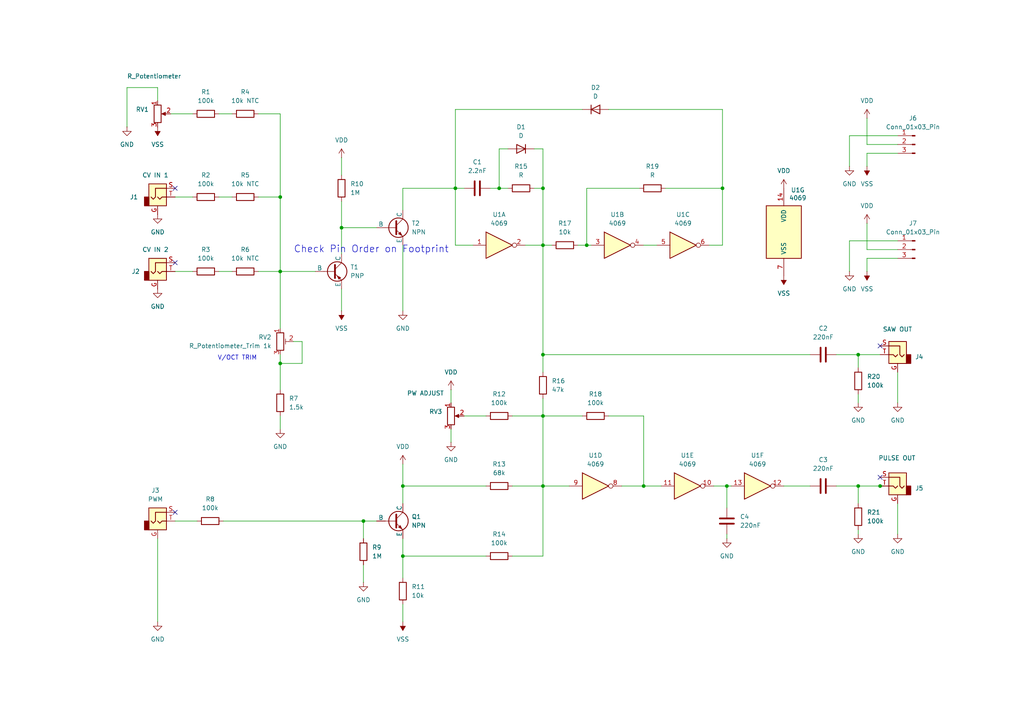
<source format=kicad_sch>
(kicad_sch (version 20250114) (generator "eeschema") (generator_version "9.0")
  (paper "A4")
  (lib_symbols
    (symbol "4xxx:4069" (pin_names (offset 1.016))
      (property "Reference" "U" (at 0 1.27 0))
      (property "Value" "4069" (at 0 -1.27 0))
      (symbol "4069_1_0"
        (polyline (pts (xy -3.81 3.81) (xy -3.81 -3.81) (xy 3.81 0) (xy -3.81 3.81)) (stroke (width 0.254)) (fill (type background)))
        (pin input line (at -7.62 0 0) (length 3.81) (name "~") (number "1"))
        (pin output inverted (at 7.62 0 180) (length 3.81) (name "~") (number "2"))
      )
      (symbol "4069_2_0"
        (polyline (pts (xy -3.81 3.81) (xy -3.81 -3.81) (xy 3.81 0) (xy -3.81 3.81)) (stroke (width 0.254)) (fill (type background)))
        (pin input line (at -7.62 0 0) (length 3.81) (name "~") (number "3"))
        (pin output inverted (at 7.62 0 180) (length 3.81) (name "~") (number "4"))
      )
      (symbol "4069_3_0"
        (polyline (pts (xy -3.81 3.81) (xy -3.81 -3.81) (xy 3.81 0) (xy -3.81 3.81)) (stroke (width 0.254)) (fill (type background)))
        (pin input line (at -7.62 0 0) (length 3.81) (name "~") (number "5"))
        (pin output inverted (at 7.62 0 180) (length 3.81) (name "~") (number "6"))
      )
      (symbol "4069_4_0"
        (polyline (pts (xy -3.81 3.81) (xy -3.81 -3.81) (xy 3.81 0) (xy -3.81 3.81)) (stroke (width 0.254)) (fill (type background)))
        (pin input line (at -7.62 0 0) (length 3.81) (name "~") (number "9"))
        (pin output inverted (at 7.62 0 180) (length 3.81) (name "~") (number "8"))
      )
      (symbol "4069_5_0"
        (polyline (pts (xy -3.81 3.81) (xy -3.81 -3.81) (xy 3.81 0) (xy -3.81 3.81)) (stroke (width 0.254)) (fill (type background)))
        (pin input line (at -7.62 0 0) (length 3.81) (name "~") (number "11"))
        (pin output inverted (at 7.62 0 180) (length 3.81) (name "~") (number "10"))
      )
      (symbol "4069_6_0"
        (polyline (pts (xy -3.81 3.81) (xy -3.81 -3.81) (xy 3.81 0) (xy -3.81 3.81)) (stroke (width 0.254)) (fill (type background)))
        (pin input line (at -7.62 0 0) (length 3.81) (name "~") (number "13"))
        (pin output inverted (at 7.62 0 180) (length 3.81) (name "~") (number "12"))
      )
      (symbol "4069_7_0"
        (pin power_in line (at 0 12.7 270) (length 5.08) (name "VDD") (number "14"))
        (pin power_in line (at 0 -12.7 90) (length 5.08) (name "VSS") (number "7"))
      )
      (symbol "4069_7_1"
        (rectangle (start -5.08 7.62) (end 5.08 -7.62) (stroke (width 0.254)) (fill (type background)))
      )
    )
    (symbol "Connector:Conn_01x03_Pin" (pin_names (offset 1.016) (hide yes))
      (property "Reference" "J" (at 0 5.08 0))
      (property "Value" "Conn_01x03_Pin" (at 0 -5.08 0))
      (symbol "Conn_01x03_Pin_1_1"
        (rectangle (start 0.8636 2.667) (end 0 2.413) (stroke (width 0.1524)) (fill (type outline)))
        (rectangle (start 0.8636 0.127) (end 0 -0.127) (stroke (width 0.1524)) (fill (type outline)))
        (rectangle (start 0.8636 -2.413) (end 0 -2.667) (stroke (width 0.1524)) (fill (type outline)))
        (polyline (pts (xy 1.27 2.54) (xy 0.8636 2.54)) (stroke (width 0.1524)))
        (polyline (pts (xy 1.27 0) (xy 0.8636 0)) (stroke (width 0.1524)))
        (polyline (pts (xy 1.27 -2.54) (xy 0.8636 -2.54)) (stroke (width 0.1524)))
        (pin passive line (at 5.08 2.54 180) (length 3.81) (name "Pin_1") (number "1"))
        (pin passive line (at 5.08 0 180) (length 3.81) (name "Pin_2") (number "2"))
        (pin passive line (at 5.08 -2.54 180) (length 3.81) (name "Pin_3") (number "3"))
      )
    )
    (symbol "Device:C" (pin_numbers (hide yes)) (pin_names (offset 0.254))
      (property "Reference" "C" (at 0.635 2.54 0))
      (property "Value" "C" (at 0.635 -2.54 0))
      (symbol "C_0_1"
        (polyline (pts (xy -2.032 0.762) (xy 2.032 0.762)) (stroke (width 0.508)))
        (polyline (pts (xy -2.032 -0.762) (xy 2.032 -0.762)) (stroke (width 0.508)))
      )
      (symbol "C_1_1"
        (pin passive line (at 0 3.81 270) (length 2.794) (name "~") (number "1"))
        (pin passive line (at 0 -3.81 90) (length 2.794) (name "~") (number "2"))
      )
    )
    (symbol "Device:D" (pin_numbers (hide yes)) (pin_names (offset 1.016) (hide yes))
      (property "Reference" "D" (at 0 2.54 0))
      (property "Value" "D" (at 0 -2.54 0))
      (symbol "D_0_1"
        (polyline (pts (xy -1.27 1.27) (xy -1.27 -1.27)) (stroke (width 0.254)))
        (polyline (pts (xy 1.27 1.27) (xy 1.27 -1.27) (xy -1.27 0) (xy 1.27 1.27)) (stroke (width 0.254)))
        (polyline (pts (xy 1.27 0) (xy -1.27 0)))
      )
      (symbol "D_1_1"
        (pin passive line (at -3.81 0 0) (length 2.54) (name "K") (number "1"))
        (pin passive line (at 3.81 0 180) (length 2.54) (name "A") (number "2"))
      )
    )
    (symbol "Device:R" (pin_numbers (hide yes)) (pin_names (offset 0))
      (property "Reference" "R" (at 2.032 0 90))
      (property "Value" "R" (at 0 0 90))
      (symbol "R_0_1"
        (rectangle (start -1.016 -2.54) (end 1.016 2.54) (stroke (width 0.254)))
      )
      (symbol "R_1_1"
        (pin passive line (at 0 3.81 270) (length 1.27) (name "~") (number "1"))
        (pin passive line (at 0 -3.81 90) (length 1.27) (name "~") (number "2"))
      )
    )
    (symbol "Device:R_Potentiometer_Trim" (pin_names (offset 1.016) (hide yes))
      (property "Reference" "RV" (at -4.445 0 90))
      (property "Value" "R_Potentiometer_Trim" (at -2.54 0 90))
      (symbol "R_Potentiometer_Trim_0_1"
        (rectangle (start 1.016 2.54) (end -1.016 -2.54) (stroke (width 0.254)))
        (polyline (pts (xy 1.524 0.762) (xy 1.524 -0.762)))
        (polyline (pts (xy 2.54 0) (xy 1.524 0)))
      )
      (symbol "R_Potentiometer_Trim_1_1"
        (pin passive line (at 0 3.81 270) (length 1.27) (name "1") (number "1"))
        (pin passive line (at 0 -3.81 90) (length 1.27) (name "3") (number "3"))
        (pin passive line (at 3.81 0 180) (length 1.27) (name "2") (number "2"))
      )
    )
    (symbol "HackSynth:AudioJack2_Ground"
      (property "Reference" "J" (at 0 8.89 0))
      (property "Value" "AudioJack2_Ground" (at 0 6.35 0))
      (symbol "AudioJack2_Ground_0_1"
        (rectangle (start -2.54 -2.54) (end -3.81 0) (stroke (width 0.254)) (fill (type outline)))
        (polyline (pts (xy 0 0) (xy 0.635 -0.635) (xy 1.27 0) (xy 2.54 0)) (stroke (width 0.254)))
        (rectangle (start 2.54 3.81) (end -2.54 -2.54) (stroke (width 0.254)) (fill (type background)))
        (polyline (pts (xy 2.54 2.54) (xy -0.635 2.54) (xy -0.635 0) (xy -1.27 -0.635) (xy -1.905 0)) (stroke (width 0.254)))
      )
      (symbol "AudioJack2_Ground_1_1"
        (pin passive line (at 0 -5.08 90) (length 2.54) (name "~") (number "G"))
        (pin passive line (at 5.08 2.54 180) (length 2.54) (name "~") (number "S"))
        (pin passive line (at 5.08 0 180) (length 2.54) (name "~") (number "T"))
      )
    )
    (symbol "HackSynth:R_Potentiometer" (pin_names (offset 1.016) (hide yes))
      (property "Reference" "RV" (at -4.445 0 90))
      (property "Value" "R_Potentiometer" (at -2.54 0 90))
      (symbol "R_Potentiometer_0_1"
        (rectangle (start 1.016 2.54) (end -1.016 -2.54) (stroke (width 0.254)))
        (polyline (pts (xy 1.143 0) (xy 2.286 0.508) (xy 2.286 -0.508) (xy 1.143 0)) (fill (type outline)))
        (polyline (pts (xy 2.54 0) (xy 1.524 0)))
      )
      (symbol "R_Potentiometer_1_1"
        (pin passive line (at 0 3.81 270) (length 1.27) (name "1") (number "1"))
        (pin passive line (at 0 -3.81 90) (length 1.27) (name "3") (number "3"))
        (pin passive line (at 3.81 0 180) (length 1.27) (name "2") (number "2"))
      )
    )
    (symbol "Simulation_SPICE:NPN" (pin_numbers (hide yes)) (pin_names (offset 0))
      (property "Reference" "Q" (at -2.54 7.62 0))
      (property "Value" "NPN" (at -2.54 5.08 0))
      (symbol "NPN_0_1"
        (polyline (pts (xy -2.54 0) (xy 0.635 0)) (stroke (width 0.1524)))
        (polyline (pts (xy 0.635 1.905) (xy 0.635 -1.905) (xy 0.635 -1.905)) (stroke (width 0.508)))
        (polyline (pts (xy 0.635 0.635) (xy 2.54 2.54)))
        (polyline (pts (xy 0.635 -0.635) (xy 2.54 -2.54) (xy 2.54 -2.54)))
        (circle (center 1.27 0) (radius 2.8194) (stroke (width 0.254)))
        (polyline (pts (xy 1.27 -1.778) (xy 1.778 -1.27) (xy 2.286 -2.286) (xy 1.27 -1.778) (xy 1.27 -1.778)) (fill (type outline)))
        (polyline (pts (xy 2.794 -1.27) (xy 2.794 -1.27)) (stroke (width 0.1524)))
        (polyline (pts (xy 2.794 -1.27) (xy 2.794 -1.27)) (stroke (width 0.1524)))
      )
      (symbol "NPN_1_1"
        (pin input line (at -5.08 0 0) (length 2.54) (name "B") (number "2"))
        (pin open_collector line (at 2.54 5.08 270) (length 2.54) (name "C") (number "1"))
        (pin open_emitter line (at 2.54 -5.08 90) (length 2.54) (name "E") (number "3"))
      )
    )
    (symbol "Simulation_SPICE:PNP" (pin_numbers (hide yes)) (pin_names (offset 0))
      (property "Reference" "Q" (at -2.54 7.62 0))
      (property "Value" "PNP" (at -2.54 5.08 0))
      (symbol "PNP_0_1"
        (polyline (pts (xy -2.54 0) (xy 0.635 0)) (stroke (width 0.1524)))
        (polyline (pts (xy 0.635 1.905) (xy 0.635 -1.905) (xy 0.635 -1.905)) (stroke (width 0.508)))
        (polyline (pts (xy 0.635 0.635) (xy 2.54 2.54)))
        (polyline (pts (xy 0.635 -0.635) (xy 2.54 -2.54) (xy 2.54 -2.54)))
        (circle (center 1.27 0) (radius 2.8194) (stroke (width 0.254)))
        (polyline (pts (xy 2.286 -1.778) (xy 1.778 -2.286) (xy 1.27 -1.27) (xy 2.286 -1.778) (xy 2.286 -1.778)) (fill (type outline)))
      )
      (symbol "PNP_1_1"
        (pin input line (at -5.08 0 0) (length 2.54) (name "B") (number "2"))
        (pin open_collector line (at 2.54 5.08 270) (length 2.54) (name "C") (number "1"))
        (pin open_emitter line (at 2.54 -5.08 90) (length 2.54) (name "E") (number "3"))
      )
    )
    (symbol "power:GND" (power) (pin_numbers (hide yes)) (pin_names (offset 0) (hide yes))
      (property "Value" "GND" (at 0 -3.81 0))
      (symbol "GND_0_1"
        (polyline (pts (xy 0 0) (xy 0 -1.27) (xy 1.27 -1.27) (xy 0 -2.54) (xy -1.27 -1.27) (xy 0 -1.27)))
      )
      (symbol "GND_1_1"
        (pin power_in line (at 0 0 270) (length 0) (name "~") (number "1"))
      )
    )
    (symbol "power:VDD" (power) (pin_numbers (hide yes)) (pin_names (offset 0) (hide yes))
      (property "Value" "VDD" (at 0 3.556 0))
      (symbol "VDD_0_1"
        (polyline (pts (xy -0.762 1.27) (xy 0 2.54)))
        (polyline (pts (xy 0 2.54) (xy 0.762 1.27)))
        (polyline (pts (xy 0 0) (xy 0 2.54)))
      )
      (symbol "VDD_1_1"
        (pin power_in line (at 0 0 90) (length 0) (name "~") (number "1"))
      )
    )
    (symbol "power:VSS" (power) (pin_numbers (hide yes)) (pin_names (offset 0) (hide yes))
      (property "Value" "VSS" (at 0 3.556 0))
      (symbol "VSS_0_1"
        (polyline (pts (xy 0 0) (xy 0 2.54)))
        (polyline (pts (xy 0.762 1.27) (xy -0.762 1.27) (xy 0 2.54) (xy 0.762 1.27)) (fill (type outline)))
      )
      (symbol "VSS_1_1"
        (pin power_in line (at 0 0 90) (length 0) (name "~") (number "1"))
      )
    )
  )
  (text "Check Pin Order on Footprint" (at 107.696 72.39 0) (effects (font (size 2 2))))
  (text "V/OCT TRIM" (at 68.834 103.886 0) (effects (font (size 1.27 1.27))))
  (junction (at 81.28 57.15))
  (junction (at 170.18 71.12))
  (junction (at 157.48 102.87))
  (junction (at 81.28 105.41))
  (junction (at 99.06 66.04))
  (junction (at 116.84 140.97))
  (junction (at 210.82 140.97))
  (junction (at 144.78 54.61))
  (junction (at 81.28 78.74))
  (junction (at 248.92 102.87))
  (junction (at 116.84 161.29))
  (junction (at 186.69 140.97))
  (junction (at 157.48 54.61))
  (junction (at 157.48 71.12))
  (junction (at 132.08 54.61))
  (junction (at 157.48 140.97))
  (junction (at 248.92 140.97))
  (junction (at 209.55 54.61))
  (junction (at 105.41 151.13))
  (junction (at 157.48 120.65))
  (junction (at 255.27 140.97))
  (no_connect (at 50.8 54.61))
  (no_connect (at 50.8 148.59))
  (no_connect (at 255.27 100.33))
  (no_connect (at 50.8 76.2))
  (no_connect (at 255.27 138.43))
  (wire (pts (xy 140.97 120.65) (xy 134.62 120.65)))
  (wire (pts (xy 248.92 154.94) (xy 248.92 153.67)))
  (wire (pts (xy 87.63 105.41) (xy 87.63 99.06)))
  (wire (pts (xy 260.35 154.94) (xy 260.35 146.05)))
  (wire (pts (xy 186.69 71.12) (xy 190.5 71.12)))
  (wire (pts (xy 193.04 54.61) (xy 209.55 54.61)))
  (wire (pts (xy 186.69 120.65) (xy 186.69 140.97)))
  (wire (pts (xy 157.48 102.87) (xy 234.95 102.87)))
  (wire (pts (xy 99.06 66.04) (xy 99.06 73.66)))
  (wire (pts (xy 50.8 151.13) (xy 57.15 151.13)))
  (wire (pts (xy 132.08 54.61) (xy 134.62 54.61)))
  (wire (pts (xy 132.08 31.75) (xy 132.08 54.61)))
  (wire (pts (xy 246.38 39.37) (xy 246.38 48.26)))
  (wire (pts (xy 74.93 78.74) (xy 81.28 78.74)))
  (wire (pts (xy 251.46 44.45) (xy 251.46 48.26)))
  (wire (pts (xy 242.57 140.97) (xy 248.92 140.97)))
  (wire (pts (xy 45.72 180.34) (xy 45.72 156.21)))
  (wire (pts (xy 209.55 71.12) (xy 205.74 71.12)))
  (wire (pts (xy 99.06 45.72) (xy 99.06 50.8)))
  (wire (pts (xy 165.1 140.97) (xy 157.48 140.97)))
  (wire (pts (xy 67.31 33.02) (xy 63.5 33.02)))
  (wire (pts (xy 186.69 140.97) (xy 180.34 140.97)))
  (wire (pts (xy 260.35 116.84) (xy 260.35 107.95)))
  (wire (pts (xy 210.82 140.97) (xy 210.82 147.32)))
  (wire (pts (xy 260.35 69.85) (xy 246.38 69.85)))
  (wire (pts (xy 36.83 25.4) (xy 45.72 25.4)))
  (wire (pts (xy 81.28 78.74) (xy 91.44 78.74)))
  (wire (pts (xy 64.77 151.13) (xy 105.41 151.13)))
  (wire (pts (xy 36.83 36.83) (xy 36.83 25.4)))
  (wire (pts (xy 255.27 140.97) (xy 256.54 140.97)))
  (wire (pts (xy 116.84 180.34) (xy 116.84 175.26)))
  (wire (pts (xy 67.31 78.74) (xy 63.5 78.74)))
  (wire (pts (xy 81.28 57.15) (xy 81.28 78.74)))
  (wire (pts (xy 116.84 134.62) (xy 116.84 140.97)))
  (wire (pts (xy 246.38 69.85) (xy 246.38 78.74)))
  (wire (pts (xy 130.81 113.03) (xy 130.81 116.84)))
  (wire (pts (xy 212.09 140.97) (xy 210.82 140.97)))
  (wire (pts (xy 260.35 41.91) (xy 251.46 41.91)))
  (wire (pts (xy 130.81 124.46) (xy 130.81 128.27)))
  (wire (pts (xy 251.46 74.93) (xy 251.46 78.74)))
  (wire (pts (xy 157.48 43.18) (xy 157.48 54.61)))
  (wire (pts (xy 116.84 161.29) (xy 140.97 161.29)))
  (wire (pts (xy 74.93 33.02) (xy 81.28 33.02)))
  (wire (pts (xy 81.28 105.41) (xy 87.63 105.41)))
  (wire (pts (xy 251.46 64.77) (xy 251.46 72.39)))
  (wire (pts (xy 81.28 105.41) (xy 81.28 102.87)))
  (wire (pts (xy 210.82 140.97) (xy 207.01 140.97)))
  (wire (pts (xy 176.53 120.65) (xy 186.69 120.65)))
  (wire (pts (xy 148.59 120.65) (xy 157.48 120.65)))
  (wire (pts (xy 67.31 57.15) (xy 63.5 57.15)))
  (wire (pts (xy 260.35 74.93) (xy 251.46 74.93)))
  (wire (pts (xy 142.24 54.61) (xy 144.78 54.61)))
  (wire (pts (xy 170.18 54.61) (xy 170.18 71.12)))
  (wire (pts (xy 105.41 151.13) (xy 109.22 151.13)))
  (wire (pts (xy 248.92 116.84) (xy 248.92 114.3)))
  (wire (pts (xy 170.18 54.61) (xy 185.42 54.61)))
  (wire (pts (xy 99.06 90.17) (xy 99.06 83.82)))
  (wire (pts (xy 116.84 71.12) (xy 116.84 90.17)))
  (wire (pts (xy 248.92 146.05) (xy 248.92 140.97)))
  (wire (pts (xy 55.88 78.74) (xy 50.8 78.74)))
  (wire (pts (xy 157.48 71.12) (xy 160.02 71.12)))
  (wire (pts (xy 148.59 140.97) (xy 157.48 140.97)))
  (wire (pts (xy 132.08 31.75) (xy 168.91 31.75)))
  (wire (pts (xy 210.82 156.21) (xy 210.82 154.94)))
  (wire (pts (xy 260.35 39.37) (xy 246.38 39.37)))
  (wire (pts (xy 49.53 33.02) (xy 55.88 33.02)))
  (wire (pts (xy 209.55 31.75) (xy 209.55 54.61)))
  (wire (pts (xy 148.59 161.29) (xy 157.48 161.29)))
  (wire (pts (xy 144.78 43.18) (xy 147.32 43.18)))
  (wire (pts (xy 170.18 71.12) (xy 171.45 71.12)))
  (wire (pts (xy 105.41 156.21) (xy 105.41 151.13)))
  (wire (pts (xy 105.41 163.83) (xy 105.41 168.91)))
  (wire (pts (xy 157.48 54.61) (xy 157.48 71.12)))
  (wire (pts (xy 55.88 57.15) (xy 50.8 57.15)))
  (wire (pts (xy 248.92 140.97) (xy 255.27 140.97)))
  (wire (pts (xy 260.35 72.39) (xy 251.46 72.39)))
  (wire (pts (xy 242.57 102.87) (xy 248.92 102.87)))
  (wire (pts (xy 81.28 124.46) (xy 81.28 120.65)))
  (wire (pts (xy 157.48 140.97) (xy 157.48 161.29)))
  (wire (pts (xy 168.91 120.65) (xy 157.48 120.65)))
  (wire (pts (xy 87.63 99.06) (xy 85.09 99.06)))
  (wire (pts (xy 116.84 60.96) (xy 116.84 54.61)))
  (wire (pts (xy 81.28 33.02) (xy 81.28 57.15)))
  (wire (pts (xy 176.53 31.75) (xy 209.55 31.75)))
  (wire (pts (xy 81.28 78.74) (xy 81.28 95.25)))
  (wire (pts (xy 152.4 71.12) (xy 157.48 71.12)))
  (wire (pts (xy 157.48 120.65) (xy 157.48 140.97)))
  (wire (pts (xy 45.72 25.4) (xy 45.72 29.21)))
  (wire (pts (xy 116.84 140.97) (xy 116.84 146.05)))
  (wire (pts (xy 157.48 43.18) (xy 154.94 43.18)))
  (wire (pts (xy 260.35 44.45) (xy 251.46 44.45)))
  (wire (pts (xy 132.08 54.61) (xy 132.08 71.12)))
  (wire (pts (xy 99.06 58.42) (xy 99.06 66.04)))
  (wire (pts (xy 154.94 54.61) (xy 157.48 54.61)))
  (wire (pts (xy 132.08 71.12) (xy 137.16 71.12)))
  (wire (pts (xy 116.84 140.97) (xy 140.97 140.97)))
  (wire (pts (xy 144.78 43.18) (xy 144.78 54.61)))
  (wire (pts (xy 234.95 140.97) (xy 227.33 140.97)))
  (wire (pts (xy 144.78 54.61) (xy 147.32 54.61)))
  (wire (pts (xy 157.48 71.12) (xy 157.48 102.87)))
  (wire (pts (xy 116.84 156.21) (xy 116.84 161.29)))
  (wire (pts (xy 81.28 113.03) (xy 81.28 105.41)))
  (wire (pts (xy 99.06 66.04) (xy 109.22 66.04)))
  (wire (pts (xy 81.28 57.15) (xy 74.93 57.15)))
  (wire (pts (xy 251.46 34.29) (xy 251.46 41.91)))
  (wire (pts (xy 116.84 161.29) (xy 116.84 167.64)))
  (wire (pts (xy 248.92 106.68) (xy 248.92 102.87)))
  (wire (pts (xy 116.84 54.61) (xy 132.08 54.61)))
  (wire (pts (xy 170.18 71.12) (xy 167.64 71.12)))
  (wire (pts (xy 209.55 54.61) (xy 209.55 71.12)))
  (wire (pts (xy 191.77 140.97) (xy 186.69 140.97)))
  (wire (pts (xy 248.92 102.87) (xy 255.27 102.87)))
  (wire (pts (xy 157.48 102.87) (xy 157.48 107.95)))
  (wire (pts (xy 157.48 115.57) (xy 157.48 120.65)))
  (symbol (lib_id "power:VDD") (at 251.46 64.77 0) (unit 1)
    (property "Reference" "#PWR023" (effects (hide yes)))
    (property "Value" "VDD" (at 251.46 59.69 0))
    (property "Description" "Power symbol creates a global label with name \"VDD\"" (effects (hide yes)))
  )
  (symbol (lib_id "Device:R") (at 144.78 120.65 90) (unit 1)
    (property "Reference" "R12" (at 144.78 114.3 90))
    (property "Value" "100k" (at 144.78 116.84 90))
    (property "Footprint" "Resistor_THT:R_Axial_DIN0207_L6.3mm_D2.5mm_P7.62mm_Horizontal" (effects (hide yes)))
    (property "Description" "Resistor" (effects (hide yes)))
  )
  (symbol (lib_id "power:VDD") (at 251.46 34.29 0) (unit 1)
    (property "Reference" "#PWR020" (effects (hide yes)))
    (property "Value" "VDD" (at 251.46 29.21 0))
    (property "Description" "Power symbol creates a global label with name \"VDD\"" (effects (hide yes)))
  )
  (symbol (lib_id "power:GND") (at 246.38 48.26 0) (unit 1)
    (property "Reference" "#PWR019" (effects (hide yes)))
    (property "Value" "GND" (at 246.38 53.34 0))
    (property "Description" "Power symbol creates a global label with name \"GND\" , ground" (effects (hide yes)))
  )
  (symbol (lib_id "HackSynth:R_Potentiometer") (at 130.81 120.65 0) (unit 1)
    (property "Reference" "RV3" (at 128.27 119.3799 0) (effects (justify right)))
    (property "Value" "PW ADJUST" (at 128.778 114.046 0) (effects (justify right)))
    (property "Footprint" "HackSynth:Potentiometer_Alps_RK09K_Horizontal" (effects (hide yes)))
    (property "Description" "Potentiometer" (effects (hide yes)))
  )
  (symbol (lib_id "4xxx:4069") (at 227.33 67.31 0) (unit 7)
    (property "Reference" "U1" (at 231.394 55.118 0))
    (property "Value" "4069" (at 231.394 57.404 0))
    (property "Footprint" "Package_DIP:DIP-14_W7.62mm_LongPads" (effects (hide yes)))
    (property "Datasheet" "http://www.intersil.com/content/dam/Intersil/documents/cd40/cd4069ubms.pdf" (effects (hide yes)))
    (property "Description" "Hex inverter" (effects (hide yes)))
  )
  (symbol (lib_id "4xxx:4069") (at 172.72 140.97 0) (unit 4)
    (property "Reference" "U1" (at 172.72 132.08 0))
    (property "Value" "4069" (at 172.72 134.62 0))
    (property "Footprint" "Package_DIP:DIP-14_W7.62mm_LongPads" (effects (hide yes)))
    (property "Datasheet" "http://www.intersil.com/content/dam/Intersil/documents/cd40/cd4069ubms.pdf" (effects (hide yes)))
    (property "Description" "Hex inverter" (effects (hide yes)))
  )
  (symbol (lib_id "power:VDD") (at 130.81 113.03 0) (unit 1)
    (property "Reference" "#PWR013" (effects (hide yes)))
    (property "Value" "VDD" (at 130.81 107.95 0))
    (property "Description" "Power symbol creates a global label with name \"VDD\"" (effects (hide yes)))
  )
  (symbol (lib_id "4xxx:4069") (at 199.39 140.97 0) (unit 5)
    (property "Reference" "U1" (at 199.39 132.08 0))
    (property "Value" "4069" (at 199.39 134.62 0))
    (property "Footprint" "Package_DIP:DIP-14_W7.62mm_LongPads" (effects (hide yes)))
    (property "Datasheet" "http://www.intersil.com/content/dam/Intersil/documents/cd40/cd4069ubms.pdf" (effects (hide yes)))
    (property "Description" "Hex inverter" (effects (hide yes)))
  )
  (symbol (lib_id "power:GND") (at 248.92 116.84 0) (unit 1)
    (property "Reference" "#PWR015" (effects (hide yes)))
    (property "Value" "GND" (at 248.92 121.92 0))
    (property "Description" "Power symbol creates a global label with name \"GND\" , ground" (effects (hide yes)))
  )
  (symbol (lib_id "power:GND") (at 81.28 124.46 0) (unit 1)
    (property "Reference" "#PWR06" (effects (hide yes)))
    (property "Value" "GND" (at 81.28 129.54 0))
    (property "Description" "Power symbol creates a global label with name \"GND\" , ground" (effects (hide yes)))
  )
  (symbol (lib_id "power:GND") (at 45.72 180.34 0) (unit 1)
    (property "Reference" "#PWR05" (effects (hide yes)))
    (property "Value" "GND" (at 45.72 185.42 0))
    (property "Description" "Power symbol creates a global label with name \"GND\" , ground" (effects (hide yes)))
  )
  (symbol (lib_id "HackSynth:AudioJack2_Ground") (at 45.72 151.13 0) (unit 1)
    (property "Reference" "J3" (at 45.085 142.24 0))
    (property "Value" "PWM" (at 45.085 144.78 0))
    (property "Footprint" "HackSynth:Jack_3.5mm" (effects (hide yes)))
    (property "Description" "Audio Jack, 2 Poles (Mono / TS), Grounded Sleeve" (effects (hide yes)))
  )
  (symbol (lib_id "Simulation_SPICE:NPN") (at 114.3 151.13 0) (unit 1)
    (property "Reference" "Q1" (at 119.38 149.8599 0) (effects (justify left)))
    (property "Value" "NPN" (at 119.38 152.3999 0) (effects (justify left)))
    (property "Footprint" "HackSynth:TO-92_Inline - Handsolder" (effects (hide yes)))
    (property "Datasheet" "https://ngspice.sourceforge.io/docs/ngspice-html-manual/manual.xhtml#cha_BJTs" (effects (hide yes)))
    (property "Description" "Bipolar transistor symbol for simulation only, substrate tied to the emitter" (effects (hide yes)))
    (property "Sim.Device" "NPN" (effects (hide yes)))
    (property "Sim.Type" "GUMMELPOON" (effects (hide yes)))
    (property "Sim.Pins" "1=C 2=B 3=E" (effects (hide yes)))
  )
  (symbol (lib_id "Device:R") (at 157.48 111.76 0) (unit 1)
    (property "Reference" "R16" (at 160.02 110.4899 0) (effects (justify left)))
    (property "Value" "47k" (at 160.02 113.0299 0) (effects (justify left)))
    (property "Footprint" "Resistor_THT:R_Axial_DIN0207_L6.3mm_D2.5mm_P7.62mm_Horizontal" (effects (hide yes)))
    (property "Description" "Resistor" (effects (hide yes)))
  )
  (symbol (lib_id "4xxx:4069") (at 219.71 140.97 0) (unit 6)
    (property "Reference" "U1" (at 219.71 132.08 0))
    (property "Value" "4069" (at 219.71 134.62 0))
    (property "Footprint" "Package_DIP:DIP-14_W7.62mm_LongPads" (effects (hide yes)))
    (property "Datasheet" "http://www.intersil.com/content/dam/Intersil/documents/cd40/cd4069ubms.pdf" (effects (hide yes)))
    (property "Description" "Hex inverter" (effects (hide yes)))
  )
  (symbol (lib_id "Device:R") (at 59.69 78.74 90) (unit 1)
    (property "Reference" "R3" (at 59.69 72.39 90))
    (property "Value" "100k" (at 59.69 74.93 90))
    (property "Footprint" "Resistor_THT:R_Axial_DIN0207_L6.3mm_D2.5mm_P7.62mm_Horizontal" (effects (hide yes)))
    (property "Description" "Resistor" (effects (hide yes)))
  )
  (symbol (lib_id "Device:D") (at 172.72 31.75 0) (unit 1)
    (property "Reference" "D2" (at 172.72 25.4 0))
    (property "Value" "D" (at 172.72 27.94 0))
    (property "Footprint" "Diode_THT:D_A-405_P7.62mm_Horizontal" (effects (hide yes)))
    (property "Description" "Diode" (effects (hide yes)))
    (property "Sim.Device" "D" (effects (hide yes)))
    (property "Sim.Pins" "1=K 2=A" (effects (hide yes)))
  )
  (symbol (lib_id "power:VSS") (at 99.06 90.17 180) (unit 1)
    (property "Reference" "#PWR09" (effects (hide yes)))
    (property "Value" "VSS" (at 99.06 95.25 0))
    (property "Description" "Power symbol creates a global label with name \"VSS\"" (effects (hide yes)))
  )
  (symbol (lib_id "HackSynth:AudioJack2_Ground") (at 45.72 78.74 0) (unit 1)
    (property "Reference" "J2" (at 39.37 78.74 0))
    (property "Value" "CV IN 2" (at 45.085 72.39 0))
    (property "Footprint" "HackSynth:Jack_3.5mm" (effects (hide yes)))
    (property "Description" "Audio Jack, 2 Poles (Mono / TS), Grounded Sleeve" (effects (hide yes)))
  )
  (symbol (lib_id "power:GND") (at 45.72 62.23 0) (unit 1)
    (property "Reference" "#PWR03" (effects (hide yes)))
    (property "Value" "GND" (at 45.72 67.31 0))
    (property "Description" "Power symbol creates a global label with name \"GND\" , ground" (effects (hide yes)))
  )
  (symbol (lib_id "HackSynth:R_Potentiometer") (at 45.72 33.02 0) (unit 1)
    (property "Reference" "RV1" (at 43.18 31.7499 0) (effects (justify right)))
    (property "Value" "R_Potentiometer" (at 52.578 22.098 0) (effects (justify right)))
    (property "Footprint" "HackSynth:Potentiometer_Alps_RK09K_Horizontal" (effects (hide yes)))
    (property "Description" "Potentiometer" (effects (hide yes)))
  )
  (symbol (lib_id "Device:R") (at 189.23 54.61 90) (unit 1)
    (property "Reference" "R19" (at 189.23 48.26 90))
    (property "Value" "R" (at 189.23 50.8 90))
    (property "Footprint" "Resistor_THT:R_Axial_DIN0207_L6.3mm_D2.5mm_P7.62mm_Horizontal" (effects (hide yes)))
    (property "Description" "Resistor" (effects (hide yes)))
  )
  (symbol (lib_id "power:GND") (at 260.35 116.84 0) (unit 1)
    (property "Reference" "#PWR017" (effects (hide yes)))
    (property "Value" "GND" (at 260.35 121.92 0))
    (property "Description" "Power symbol creates a global label with name \"GND\" , ground" (effects (hide yes)))
  )
  (symbol (lib_id "power:GND") (at 45.72 83.82 0) (unit 1)
    (property "Reference" "#PWR04" (effects (hide yes)))
    (property "Value" "GND" (at 45.72 88.9 0))
    (property "Description" "Power symbol creates a global label with name \"GND\" , ground" (effects (hide yes)))
  )
  (symbol (lib_id "power:GND") (at 105.41 168.91 0) (unit 1)
    (property "Reference" "#PWR07" (effects (hide yes)))
    (property "Value" "GND" (at 105.41 173.99 0))
    (property "Description" "Power symbol creates a global label with name \"GND\" , ground" (effects (hide yes)))
  )
  (symbol (lib_id "HackSynth:AudioJack2_Ground") (at 260.35 102.87 0) (mirror y) (unit 1)
    (property "Reference" "J4" (at 265.43 103.5051 0) (effects (justify right)))
    (property "Value" "SAW OUT" (at 256.032 95.504 0) (effects (justify right)))
    (property "Footprint" "HackSynth:Jack_3.5mm" (effects (hide yes)))
    (property "Description" "Audio Jack, 2 Poles (Mono / TS), Grounded Sleeve" (effects (hide yes)))
  )
  (symbol (lib_id "Device:R_Potentiometer_Trim") (at 81.28 99.06 0) (unit 1)
    (property "Reference" "RV2" (at 78.74 97.7899 0) (effects (justify right)))
    (property "Value" "R_Potentiometer_Trim 1k" (at 78.74 100.3299 0) (effects (justify right)))
    (property "Footprint" "HackSynth:TrimPot_Bourns_3339S_Horizontal" (effects (hide yes)))
    (property "Description" "Trim-potentiometer" (effects (hide yes)))
  )
  (symbol (lib_id "Device:C") (at 138.43 54.61 90) (unit 1)
    (property "Reference" "C1" (at 138.43 46.99 90))
    (property "Value" "2.2nF" (at 138.43 49.53 90))
    (property "Footprint" "Capacitor_THT:C_Disc_D5.0mm_W2.5mm_P2.50mm" (effects (hide yes)))
    (property "Description" "Unpolarized capacitor" (effects (hide yes)))
  )
  (symbol (lib_id "Device:R") (at 71.12 33.02 270) (unit 1)
    (property "Reference" "R4" (at 71.12 26.67 90))
    (property "Value" "10k NTC" (at 71.12 29.21 90))
    (property "Footprint" "Resistor_THT:R_Axial_DIN0207_L6.3mm_D2.5mm_P2.54mm_Vertical" (effects (hide yes)))
    (property "Description" "Resistor" (effects (hide yes)))
  )
  (symbol (lib_id "Connector:Conn_01x03_Pin") (at 265.43 41.91 0) (mirror y) (unit 1)
    (property "Reference" "J6" (at 264.795 34.29 0))
    (property "Value" "Conn_01x03_Pin" (at 264.795 36.83 0))
    (property "Footprint" "HackSynth:JST_PH_S3B-PH-K_1x03_P2.00mm_Horizontal" (effects (hide yes)))
    (property "Description" "Generic connector, single row, 01x03, script generated" (effects (hide yes)))
  )
  (symbol (lib_id "Simulation_SPICE:PNP") (at 96.52 78.74 0) (unit 1)
    (property "Reference" "T1" (at 101.6 77.4699 0) (effects (justify left)))
    (property "Value" "PNP" (at 101.6 80.0099 0) (effects (justify left)))
    (property "Footprint" "HackSynth:TO-92_Inline - Handsolder" (effects (hide yes)))
    (property "Datasheet" "https://ngspice.sourceforge.io/docs/ngspice-html-manual/manual.xhtml#cha_BJTs" (effects (hide yes)))
    (property "Description" "Bipolar transistor symbol for simulation only, substrate tied to the emitter" (effects (hide yes)))
    (property "Sim.Device" "PNP" (effects (hide yes)))
    (property "Sim.Type" "GUMMELPOON" (effects (hide yes)))
    (property "Sim.Pins" "1=C 2=B 3=E" (effects (hide yes)))
  )
  (symbol (lib_id "Device:R") (at 105.41 160.02 0) (unit 1)
    (property "Reference" "R9" (at 107.95 158.7499 0) (effects (justify left)))
    (property "Value" "1M" (at 107.95 161.2899 0) (effects (justify left)))
    (property "Footprint" "Resistor_THT:R_Axial_DIN0207_L6.3mm_D2.5mm_P7.62mm_Horizontal" (effects (hide yes)))
    (property "Description" "Resistor" (effects (hide yes)))
  )
  (symbol (lib_id "HackSynth:AudioJack2_Ground") (at 45.72 57.15 0) (unit 1)
    (property "Reference" "J1" (at 38.862 57.15 0))
    (property "Value" "CV IN 1" (at 45.085 50.8 0))
    (property "Footprint" "HackSynth:Jack_3.5mm" (effects (hide yes)))
    (property "Description" "Audio Jack, 2 Poles (Mono / TS), Grounded Sleeve" (effects (hide yes)))
  )
  (symbol (lib_id "Device:R") (at 163.83 71.12 90) (unit 1)
    (property "Reference" "R17" (at 163.83 64.77 90))
    (property "Value" "10k" (at 163.83 67.31 90))
    (property "Footprint" "Resistor_THT:R_Axial_DIN0207_L6.3mm_D2.5mm_P7.62mm_Horizontal" (effects (hide yes)))
    (property "Description" "Resistor" (effects (hide yes)))
  )
  (symbol (lib_id "Device:D") (at 151.13 43.18 180) (unit 1)
    (property "Reference" "D1" (at 151.13 36.83 0))
    (property "Value" "D" (at 151.13 39.37 0))
    (property "Footprint" "Diode_THT:D_A-405_P7.62mm_Horizontal" (effects (hide yes)))
    (property "Description" "Diode" (effects (hide yes)))
    (property "Sim.Device" "D" (effects (hide yes)))
    (property "Sim.Pins" "1=K 2=A" (effects (hide yes)))
  )
  (symbol (lib_id "Device:R") (at 81.28 116.84 0) (unit 1)
    (property "Reference" "R7" (at 83.82 115.5699 0) (effects (justify left)))
    (property "Value" "1.5k" (at 83.82 118.1099 0) (effects (justify left)))
    (property "Footprint" "Resistor_THT:R_Axial_DIN0207_L6.3mm_D2.5mm_P7.62mm_Horizontal" (effects (hide yes)))
    (property "Description" "Resistor" (effects (hide yes)))
  )
  (symbol (lib_id "Device:R") (at 116.84 171.45 0) (unit 1)
    (property "Reference" "R11" (at 119.38 170.1799 0) (effects (justify left)))
    (property "Value" "10k" (at 119.38 172.7199 0) (effects (justify left)))
    (property "Footprint" "Resistor_THT:R_Axial_DIN0207_L6.3mm_D2.5mm_P7.62mm_Horizontal" (effects (hide yes)))
    (property "Description" "Resistor" (effects (hide yes)))
  )
  (symbol (lib_id "Device:C") (at 210.82 151.13 180) (unit 1)
    (property "Reference" "C4" (at 214.63 149.8599 0) (effects (justify right)))
    (property "Value" "220nF" (at 214.63 152.3999 0) (effects (justify right)))
    (property "Footprint" "Capacitor_THT:C_Disc_D5.0mm_W2.5mm_P2.50mm" (effects (hide yes)))
    (property "Description" "Unpolarized capacitor" (effects (hide yes)))
  )
  (symbol (lib_id "Device:R") (at 71.12 57.15 270) (unit 1)
    (property "Reference" "R5" (at 71.12 50.8 90))
    (property "Value" "10k NTC" (at 71.12 53.34 90))
    (property "Footprint" "Resistor_THT:R_Axial_DIN0207_L6.3mm_D2.5mm_P2.54mm_Vertical" (effects (hide yes)))
    (property "Description" "Resistor" (effects (hide yes)))
  )
  (symbol (lib_id "power:VSS") (at 227.33 80.01 180) (unit 1)
    (property "Reference" "#PWR026" (effects (hide yes)))
    (property "Value" "VSS" (at 227.33 85.09 0))
    (property "Description" "Power symbol creates a global label with name \"VSS\"" (effects (hide yes)))
  )
  (symbol (lib_id "Device:R") (at 99.06 54.61 0) (unit 1)
    (property "Reference" "R10" (at 101.6 53.3399 0) (effects (justify left)))
    (property "Value" "1M" (at 101.6 55.8799 0) (effects (justify left)))
    (property "Footprint" "Resistor_THT:R_Axial_DIN0207_L6.3mm_D2.5mm_P7.62mm_Horizontal" (effects (hide yes)))
    (property "Description" "Resistor" (effects (hide yes)))
  )
  (symbol (lib_id "Device:R") (at 144.78 161.29 90) (unit 1)
    (property "Reference" "R14" (at 144.78 154.94 90))
    (property "Value" "100k" (at 144.78 157.48 90))
    (property "Footprint" "Resistor_THT:R_Axial_DIN0207_L6.3mm_D2.5mm_P7.62mm_Horizontal" (effects (hide yes)))
    (property "Description" "Resistor" (effects (hide yes)))
  )
  (symbol (lib_id "Device:R") (at 59.69 57.15 90) (unit 1)
    (property "Reference" "R2" (at 59.69 50.8 90))
    (property "Value" "100k" (at 59.69 53.34 90))
    (property "Footprint" "Resistor_THT:R_Axial_DIN0207_L6.3mm_D2.5mm_P7.62mm_Horizontal" (effects (hide yes)))
    (property "Description" "Resistor" (effects (hide yes)))
  )
  (symbol (lib_id "power:GND") (at 36.83 36.83 0) (unit 1)
    (property "Reference" "#PWR01" (effects (hide yes)))
    (property "Value" "GND" (at 36.83 41.91 0))
    (property "Description" "Power symbol creates a global label with name \"GND\" , ground" (effects (hide yes)))
  )
  (symbol (lib_id "4xxx:4069") (at 198.12 71.12 0) (unit 3)
    (property "Reference" "U1" (at 198.12 62.23 0))
    (property "Value" "4069" (at 198.12 64.77 0))
    (property "Footprint" "Package_DIP:DIP-14_W7.62mm_LongPads" (effects (hide yes)))
    (property "Datasheet" "http://www.intersil.com/content/dam/Intersil/documents/cd40/cd4069ubms.pdf" (effects (hide yes)))
    (property "Description" "Hex inverter" (effects (hide yes)))
  )
  (symbol (lib_id "Device:R") (at 248.92 110.49 0) (unit 1)
    (property "Reference" "R20" (at 251.46 109.2199 0) (effects (justify left)))
    (property "Value" "100k" (at 251.46 111.7599 0) (effects (justify left)))
    (property "Footprint" "Resistor_THT:R_Axial_DIN0207_L6.3mm_D2.5mm_P7.62mm_Horizontal" (effects (hide yes)))
    (property "Description" "Resistor" (effects (hide yes)))
  )
  (symbol (lib_id "Device:R") (at 71.12 78.74 90) (unit 1)
    (property "Reference" "R6" (at 71.12 72.39 90))
    (property "Value" "10k NTC" (at 71.12 74.93 90))
    (property "Footprint" "Resistor_THT:R_Axial_DIN0207_L6.3mm_D2.5mm_P2.54mm_Vertical" (effects (hide yes)))
    (property "Description" "Resistor" (effects (hide yes)))
  )
  (symbol (lib_id "power:VDD") (at 227.33 54.61 0) (unit 1)
    (property "Reference" "#PWR025" (effects (hide yes)))
    (property "Value" "VDD" (at 227.33 49.53 0))
    (property "Description" "Power symbol creates a global label with name \"VDD\"" (effects (hide yes)))
  )
  (symbol (lib_id "Device:C") (at 238.76 140.97 90) (unit 1)
    (property "Reference" "C3" (at 238.76 133.35 90))
    (property "Value" "220nF" (at 238.76 135.89 90))
    (property "Footprint" "Capacitor_THT:C_Disc_D5.0mm_W2.5mm_P2.50mm" (effects (hide yes)))
    (property "Description" "Unpolarized capacitor" (effects (hide yes)))
  )
  (symbol (lib_id "HackSynth:AudioJack2_Ground") (at 260.35 140.97 0) (mirror y) (unit 1)
    (property "Reference" "J5" (at 265.43 141.6051 0) (effects (justify right)))
    (property "Value" "PULSE OUT" (at 254.762 132.842 0) (effects (justify right)))
    (property "Footprint" "HackSynth:Jack_3.5mm" (effects (hide yes)))
    (property "Description" "Audio Jack, 2 Poles (Mono / TS), Grounded Sleeve" (effects (hide yes)))
  )
  (symbol (lib_id "4xxx:4069") (at 179.07 71.12 0) (unit 2)
    (property "Reference" "U1" (at 179.07 62.23 0))
    (property "Value" "4069" (at 179.07 64.77 0))
    (property "Footprint" "Package_DIP:DIP-14_W7.62mm_LongPads" (effects (hide yes)))
    (property "Datasheet" "http://www.intersil.com/content/dam/Intersil/documents/cd40/cd4069ubms.pdf" (effects (hide yes)))
    (property "Description" "Hex inverter" (effects (hide yes)))
  )
  (symbol (lib_id "Device:R") (at 60.96 151.13 90) (unit 1)
    (property "Reference" "R8" (at 60.96 144.78 90))
    (property "Value" "100k" (at 60.96 147.32 90))
    (property "Footprint" "Resistor_THT:R_Axial_DIN0207_L6.3mm_D2.5mm_P7.62mm_Horizontal" (effects (hide yes)))
    (property "Description" "Resistor" (effects (hide yes)))
  )
  (symbol (lib_id "power:VSS") (at 251.46 78.74 180) (unit 1)
    (property "Reference" "#PWR024" (effects (hide yes)))
    (property "Value" "VSS" (at 251.46 83.82 0))
    (property "Description" "Power symbol creates a global label with name \"VSS\"" (effects (hide yes)))
  )
  (symbol (lib_id "power:GND") (at 116.84 90.17 0) (unit 1)
    (property "Reference" "#PWR010" (effects (hide yes)))
    (property "Value" "GND" (at 116.84 95.25 0))
    (property "Description" "Power symbol creates a global label with name \"GND\" , ground" (effects (hide yes)))
  )
  (symbol (lib_id "4xxx:4069") (at 144.78 71.12 0) (unit 1)
    (property "Reference" "U1" (at 144.78 62.23 0))
    (property "Value" "4069" (at 144.78 64.77 0))
    (property "Footprint" "Package_DIP:DIP-14_W7.62mm_LongPads" (effects (hide yes)))
    (property "Datasheet" "http://www.intersil.com/content/dam/Intersil/documents/cd40/cd4069ubms.pdf" (effects (hide yes)))
    (property "Description" "Hex inverter" (effects (hide yes)))
  )
  (symbol (lib_id "power:VSS") (at 45.72 36.83 180) (unit 1)
    (property "Reference" "#PWR02" (effects (hide yes)))
    (property "Value" "VSS" (at 45.72 41.91 0))
    (property "Description" "Power symbol creates a global label with name \"VSS\"" (effects (hide yes)))
  )
  (symbol (lib_id "power:GND") (at 210.82 156.21 0) (unit 1)
    (property "Reference" "#PWR027" (effects (hide yes)))
    (property "Value" "GND" (at 210.82 161.29 0))
    (property "Description" "Power symbol creates a global label with name \"GND\" , ground" (effects (hide yes)))
  )
  (symbol (lib_id "Device:R") (at 144.78 140.97 90) (unit 1)
    (property "Reference" "R13" (at 144.78 134.62 90))
    (property "Value" "68k" (at 144.78 137.16 90))
    (property "Footprint" "Resistor_THT:R_Axial_DIN0207_L6.3mm_D2.5mm_P7.62mm_Horizontal" (effects (hide yes)))
    (property "Description" "Resistor" (effects (hide yes)))
  )
  (symbol (lib_id "power:VDD") (at 116.84 134.62 0) (unit 1)
    (property "Reference" "#PWR011" (effects (hide yes)))
    (property "Value" "VDD" (at 116.84 129.54 0))
    (property "Description" "Power symbol creates a global label with name \"VDD\"" (effects (hide yes)))
  )
  (symbol (lib_id "power:VSS") (at 116.84 180.34 180) (unit 1)
    (property "Reference" "#PWR012" (effects (hide yes)))
    (property "Value" "VSS" (at 116.84 185.42 0))
    (property "Description" "Power symbol creates a global label with name \"VSS\"" (effects (hide yes)))
  )
  (symbol (lib_id "power:GND") (at 260.35 154.94 0) (unit 1)
    (property "Reference" "#PWR018" (effects (hide yes)))
    (property "Value" "GND" (at 260.35 160.02 0))
    (property "Description" "Power symbol creates a global label with name \"GND\" , ground" (effects (hide yes)))
  )
  (symbol (lib_id "power:VDD") (at 99.06 45.72 0) (unit 1)
    (property "Reference" "#PWR08" (effects (hide yes)))
    (property "Value" "VDD" (at 99.06 40.64 0))
    (property "Description" "Power symbol creates a global label with name \"VDD\"" (effects (hide yes)))
  )
  (symbol (lib_id "Connector:Conn_01x03_Pin") (at 265.43 72.39 0) (mirror y) (unit 1)
    (property "Reference" "J7" (at 264.795 64.77 0))
    (property "Value" "Conn_01x03_Pin" (at 264.795 67.31 0))
    (property "Footprint" "HackSynth:JST_PH_S3B-PH-K_1x03_P2.00mm_Horizontal" (effects (hide yes)))
    (property "Description" "Generic connector, single row, 01x03, script generated" (effects (hide yes)))
  )
  (symbol (lib_id "Device:R") (at 59.69 33.02 90) (unit 1)
    (property "Reference" "R1" (at 59.69 26.67 90))
    (property "Value" "100k" (at 59.69 29.21 90))
    (property "Footprint" "Resistor_THT:R_Axial_DIN0207_L6.3mm_D2.5mm_P7.62mm_Horizontal" (effects (hide yes)))
    (property "Description" "Resistor" (effects (hide yes)))
  )
  (symbol (lib_id "Device:R") (at 172.72 120.65 90) (unit 1)
    (property "Reference" "R18" (at 172.72 114.3 90))
    (property "Value" "100k" (at 172.72 116.84 90))
    (property "Footprint" "Resistor_THT:R_Axial_DIN0207_L6.3mm_D2.5mm_P7.62mm_Horizontal" (effects (hide yes)))
    (property "Description" "Resistor" (effects (hide yes)))
  )
  (symbol (lib_id "Device:R") (at 151.13 54.61 90) (unit 1)
    (property "Reference" "R15" (at 151.13 48.26 90))
    (property "Value" "R" (at 151.13 50.8 90))
    (property "Footprint" "Resistor_THT:R_Axial_DIN0207_L6.3mm_D2.5mm_P7.62mm_Horizontal" (effects (hide yes)))
    (property "Description" "Resistor" (effects (hide yes)))
  )
  (symbol (lib_id "Device:R") (at 248.92 149.86 0) (unit 1)
    (property "Reference" "R21" (at 251.46 148.5899 0) (effects (justify left)))
    (property "Value" "100k" (at 251.46 151.1299 0) (effects (justify left)))
    (property "Footprint" "Resistor_THT:R_Axial_DIN0207_L6.3mm_D2.5mm_P7.62mm_Horizontal" (effects (hide yes)))
    (property "Description" "Resistor" (effects (hide yes)))
  )
  (symbol (lib_id "power:VSS") (at 251.46 48.26 180) (unit 1)
    (property "Reference" "#PWR021" (effects (hide yes)))
    (property "Value" "VSS" (at 251.46 53.34 0))
    (property "Description" "Power symbol creates a global label with name \"VSS\"" (effects (hide yes)))
  )
  (symbol (lib_id "power:GND") (at 248.92 154.94 0) (unit 1)
    (property "Reference" "#PWR016" (effects (hide yes)))
    (property "Value" "GND" (at 248.92 160.02 0))
    (property "Description" "Power symbol creates a global label with name \"GND\" , ground" (effects (hide yes)))
  )
  (symbol (lib_id "power:GND") (at 246.38 78.74 0) (unit 1)
    (property "Reference" "#PWR022" (effects (hide yes)))
    (property "Value" "GND" (at 246.38 83.82 0))
    (property "Description" "Power symbol creates a global label with name \"GND\" , ground" (effects (hide yes)))
  )
  (symbol (lib_id "Device:C") (at 238.76 102.87 90) (unit 1)
    (property "Reference" "C2" (at 238.76 95.25 90))
    (property "Value" "220nF" (at 238.76 97.79 90))
    (property "Footprint" "Capacitor_THT:C_Disc_D5.0mm_W2.5mm_P2.50mm" (effects (hide yes)))
    (property "Description" "Unpolarized capacitor" (effects (hide yes)))
  )
  (symbol (lib_id "power:GND") (at 130.81 128.27 0) (unit 1)
    (property "Reference" "#PWR014" (effects (hide yes)))
    (property "Value" "GND" (at 130.81 133.35 0))
    (property "Description" "Power symbol creates a global label with name \"GND\" , ground" (effects (hide yes)))
  )
  (symbol (lib_id "Simulation_SPICE:NPN") (at 114.3 66.04 0) (unit 1)
    (property "Reference" "T2" (at 119.38 64.7699 0) (effects (justify left)))
    (property "Value" "NPN" (at 119.38 67.3099 0) (effects (justify left)))
    (property "Footprint" "HackSynth:TO-92_Inline - Handsolder" (effects (hide yes)))
    (property "Datasheet" "https://ngspice.sourceforge.io/docs/ngspice-html-manual/manual.xhtml#cha_BJTs" (effects (hide yes)))
    (property "Description" "Bipolar transistor symbol for simulation only, substrate tied to the emitter" (effects (hide yes)))
    (property "Sim.Device" "NPN" (effects (hide yes)))
    (property "Sim.Type" "GUMMELPOON" (effects (hide yes)))
    (property "Sim.Pins" "1=C 2=B 3=E" (effects (hide yes)))
  )
)
</source>
